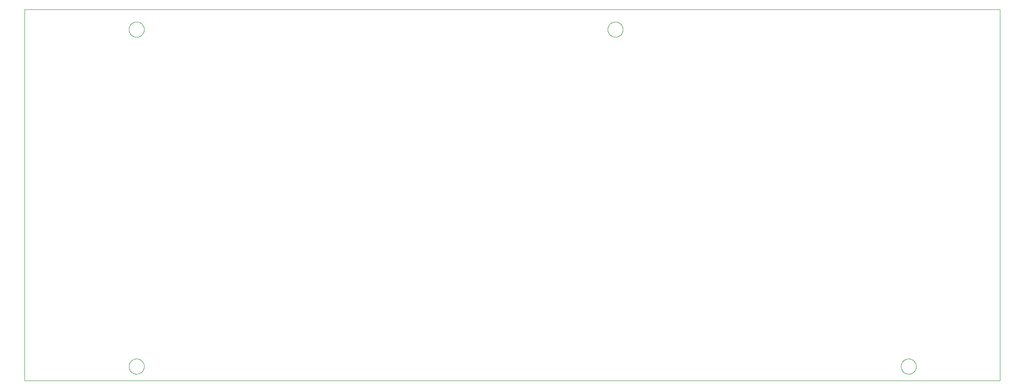
<source format=gko>
G75*
%MOIN*%
%OFA0B0*%
%FSLAX25Y25*%
%IPPOS*%
%LPD*%
%AMOC8*
5,1,8,0,0,1.08239X$1,22.5*
%
%ADD10C,0.00000*%
D10*
X0093595Y0036933D02*
X0093595Y0325433D01*
X0849595Y0325433D01*
X0849595Y0036933D01*
X0093595Y0036933D01*
X0174551Y0048079D02*
X0174553Y0048232D01*
X0174559Y0048386D01*
X0174569Y0048539D01*
X0174583Y0048691D01*
X0174601Y0048844D01*
X0174623Y0048995D01*
X0174648Y0049146D01*
X0174678Y0049297D01*
X0174712Y0049447D01*
X0174749Y0049595D01*
X0174790Y0049743D01*
X0174835Y0049889D01*
X0174884Y0050035D01*
X0174937Y0050179D01*
X0174993Y0050321D01*
X0175053Y0050462D01*
X0175117Y0050602D01*
X0175184Y0050740D01*
X0175255Y0050876D01*
X0175330Y0051010D01*
X0175407Y0051142D01*
X0175489Y0051272D01*
X0175573Y0051400D01*
X0175661Y0051526D01*
X0175752Y0051649D01*
X0175846Y0051770D01*
X0175944Y0051888D01*
X0176044Y0052004D01*
X0176148Y0052117D01*
X0176254Y0052228D01*
X0176363Y0052336D01*
X0176475Y0052441D01*
X0176589Y0052542D01*
X0176707Y0052641D01*
X0176826Y0052737D01*
X0176948Y0052830D01*
X0177073Y0052919D01*
X0177200Y0053006D01*
X0177329Y0053088D01*
X0177460Y0053168D01*
X0177593Y0053244D01*
X0177728Y0053317D01*
X0177865Y0053386D01*
X0178004Y0053451D01*
X0178144Y0053513D01*
X0178286Y0053571D01*
X0178429Y0053626D01*
X0178574Y0053677D01*
X0178720Y0053724D01*
X0178867Y0053767D01*
X0179015Y0053806D01*
X0179164Y0053842D01*
X0179314Y0053873D01*
X0179465Y0053901D01*
X0179616Y0053925D01*
X0179769Y0053945D01*
X0179921Y0053961D01*
X0180074Y0053973D01*
X0180227Y0053981D01*
X0180380Y0053985D01*
X0180534Y0053985D01*
X0180687Y0053981D01*
X0180840Y0053973D01*
X0180993Y0053961D01*
X0181145Y0053945D01*
X0181298Y0053925D01*
X0181449Y0053901D01*
X0181600Y0053873D01*
X0181750Y0053842D01*
X0181899Y0053806D01*
X0182047Y0053767D01*
X0182194Y0053724D01*
X0182340Y0053677D01*
X0182485Y0053626D01*
X0182628Y0053571D01*
X0182770Y0053513D01*
X0182910Y0053451D01*
X0183049Y0053386D01*
X0183186Y0053317D01*
X0183321Y0053244D01*
X0183454Y0053168D01*
X0183585Y0053088D01*
X0183714Y0053006D01*
X0183841Y0052919D01*
X0183966Y0052830D01*
X0184088Y0052737D01*
X0184207Y0052641D01*
X0184325Y0052542D01*
X0184439Y0052441D01*
X0184551Y0052336D01*
X0184660Y0052228D01*
X0184766Y0052117D01*
X0184870Y0052004D01*
X0184970Y0051888D01*
X0185068Y0051770D01*
X0185162Y0051649D01*
X0185253Y0051526D01*
X0185341Y0051400D01*
X0185425Y0051272D01*
X0185507Y0051142D01*
X0185584Y0051010D01*
X0185659Y0050876D01*
X0185730Y0050740D01*
X0185797Y0050602D01*
X0185861Y0050462D01*
X0185921Y0050321D01*
X0185977Y0050179D01*
X0186030Y0050035D01*
X0186079Y0049889D01*
X0186124Y0049743D01*
X0186165Y0049595D01*
X0186202Y0049447D01*
X0186236Y0049297D01*
X0186266Y0049146D01*
X0186291Y0048995D01*
X0186313Y0048844D01*
X0186331Y0048691D01*
X0186345Y0048539D01*
X0186355Y0048386D01*
X0186361Y0048232D01*
X0186363Y0048079D01*
X0186361Y0047926D01*
X0186355Y0047772D01*
X0186345Y0047619D01*
X0186331Y0047467D01*
X0186313Y0047314D01*
X0186291Y0047163D01*
X0186266Y0047012D01*
X0186236Y0046861D01*
X0186202Y0046711D01*
X0186165Y0046563D01*
X0186124Y0046415D01*
X0186079Y0046269D01*
X0186030Y0046123D01*
X0185977Y0045979D01*
X0185921Y0045837D01*
X0185861Y0045696D01*
X0185797Y0045556D01*
X0185730Y0045418D01*
X0185659Y0045282D01*
X0185584Y0045148D01*
X0185507Y0045016D01*
X0185425Y0044886D01*
X0185341Y0044758D01*
X0185253Y0044632D01*
X0185162Y0044509D01*
X0185068Y0044388D01*
X0184970Y0044270D01*
X0184870Y0044154D01*
X0184766Y0044041D01*
X0184660Y0043930D01*
X0184551Y0043822D01*
X0184439Y0043717D01*
X0184325Y0043616D01*
X0184207Y0043517D01*
X0184088Y0043421D01*
X0183966Y0043328D01*
X0183841Y0043239D01*
X0183714Y0043152D01*
X0183585Y0043070D01*
X0183454Y0042990D01*
X0183321Y0042914D01*
X0183186Y0042841D01*
X0183049Y0042772D01*
X0182910Y0042707D01*
X0182770Y0042645D01*
X0182628Y0042587D01*
X0182485Y0042532D01*
X0182340Y0042481D01*
X0182194Y0042434D01*
X0182047Y0042391D01*
X0181899Y0042352D01*
X0181750Y0042316D01*
X0181600Y0042285D01*
X0181449Y0042257D01*
X0181298Y0042233D01*
X0181145Y0042213D01*
X0180993Y0042197D01*
X0180840Y0042185D01*
X0180687Y0042177D01*
X0180534Y0042173D01*
X0180380Y0042173D01*
X0180227Y0042177D01*
X0180074Y0042185D01*
X0179921Y0042197D01*
X0179769Y0042213D01*
X0179616Y0042233D01*
X0179465Y0042257D01*
X0179314Y0042285D01*
X0179164Y0042316D01*
X0179015Y0042352D01*
X0178867Y0042391D01*
X0178720Y0042434D01*
X0178574Y0042481D01*
X0178429Y0042532D01*
X0178286Y0042587D01*
X0178144Y0042645D01*
X0178004Y0042707D01*
X0177865Y0042772D01*
X0177728Y0042841D01*
X0177593Y0042914D01*
X0177460Y0042990D01*
X0177329Y0043070D01*
X0177200Y0043152D01*
X0177073Y0043239D01*
X0176948Y0043328D01*
X0176826Y0043421D01*
X0176707Y0043517D01*
X0176589Y0043616D01*
X0176475Y0043717D01*
X0176363Y0043822D01*
X0176254Y0043930D01*
X0176148Y0044041D01*
X0176044Y0044154D01*
X0175944Y0044270D01*
X0175846Y0044388D01*
X0175752Y0044509D01*
X0175661Y0044632D01*
X0175573Y0044758D01*
X0175489Y0044886D01*
X0175407Y0045016D01*
X0175330Y0045148D01*
X0175255Y0045282D01*
X0175184Y0045418D01*
X0175117Y0045556D01*
X0175053Y0045696D01*
X0174993Y0045837D01*
X0174937Y0045979D01*
X0174884Y0046123D01*
X0174835Y0046269D01*
X0174790Y0046415D01*
X0174749Y0046563D01*
X0174712Y0046711D01*
X0174678Y0046861D01*
X0174648Y0047012D01*
X0174623Y0047163D01*
X0174601Y0047314D01*
X0174583Y0047467D01*
X0174569Y0047619D01*
X0174559Y0047772D01*
X0174553Y0047926D01*
X0174551Y0048079D01*
X0772977Y0048079D02*
X0772979Y0048232D01*
X0772985Y0048386D01*
X0772995Y0048539D01*
X0773009Y0048691D01*
X0773027Y0048844D01*
X0773049Y0048995D01*
X0773074Y0049146D01*
X0773104Y0049297D01*
X0773138Y0049447D01*
X0773175Y0049595D01*
X0773216Y0049743D01*
X0773261Y0049889D01*
X0773310Y0050035D01*
X0773363Y0050179D01*
X0773419Y0050321D01*
X0773479Y0050462D01*
X0773543Y0050602D01*
X0773610Y0050740D01*
X0773681Y0050876D01*
X0773756Y0051010D01*
X0773833Y0051142D01*
X0773915Y0051272D01*
X0773999Y0051400D01*
X0774087Y0051526D01*
X0774178Y0051649D01*
X0774272Y0051770D01*
X0774370Y0051888D01*
X0774470Y0052004D01*
X0774574Y0052117D01*
X0774680Y0052228D01*
X0774789Y0052336D01*
X0774901Y0052441D01*
X0775015Y0052542D01*
X0775133Y0052641D01*
X0775252Y0052737D01*
X0775374Y0052830D01*
X0775499Y0052919D01*
X0775626Y0053006D01*
X0775755Y0053088D01*
X0775886Y0053168D01*
X0776019Y0053244D01*
X0776154Y0053317D01*
X0776291Y0053386D01*
X0776430Y0053451D01*
X0776570Y0053513D01*
X0776712Y0053571D01*
X0776855Y0053626D01*
X0777000Y0053677D01*
X0777146Y0053724D01*
X0777293Y0053767D01*
X0777441Y0053806D01*
X0777590Y0053842D01*
X0777740Y0053873D01*
X0777891Y0053901D01*
X0778042Y0053925D01*
X0778195Y0053945D01*
X0778347Y0053961D01*
X0778500Y0053973D01*
X0778653Y0053981D01*
X0778806Y0053985D01*
X0778960Y0053985D01*
X0779113Y0053981D01*
X0779266Y0053973D01*
X0779419Y0053961D01*
X0779571Y0053945D01*
X0779724Y0053925D01*
X0779875Y0053901D01*
X0780026Y0053873D01*
X0780176Y0053842D01*
X0780325Y0053806D01*
X0780473Y0053767D01*
X0780620Y0053724D01*
X0780766Y0053677D01*
X0780911Y0053626D01*
X0781054Y0053571D01*
X0781196Y0053513D01*
X0781336Y0053451D01*
X0781475Y0053386D01*
X0781612Y0053317D01*
X0781747Y0053244D01*
X0781880Y0053168D01*
X0782011Y0053088D01*
X0782140Y0053006D01*
X0782267Y0052919D01*
X0782392Y0052830D01*
X0782514Y0052737D01*
X0782633Y0052641D01*
X0782751Y0052542D01*
X0782865Y0052441D01*
X0782977Y0052336D01*
X0783086Y0052228D01*
X0783192Y0052117D01*
X0783296Y0052004D01*
X0783396Y0051888D01*
X0783494Y0051770D01*
X0783588Y0051649D01*
X0783679Y0051526D01*
X0783767Y0051400D01*
X0783851Y0051272D01*
X0783933Y0051142D01*
X0784010Y0051010D01*
X0784085Y0050876D01*
X0784156Y0050740D01*
X0784223Y0050602D01*
X0784287Y0050462D01*
X0784347Y0050321D01*
X0784403Y0050179D01*
X0784456Y0050035D01*
X0784505Y0049889D01*
X0784550Y0049743D01*
X0784591Y0049595D01*
X0784628Y0049447D01*
X0784662Y0049297D01*
X0784692Y0049146D01*
X0784717Y0048995D01*
X0784739Y0048844D01*
X0784757Y0048691D01*
X0784771Y0048539D01*
X0784781Y0048386D01*
X0784787Y0048232D01*
X0784789Y0048079D01*
X0784787Y0047926D01*
X0784781Y0047772D01*
X0784771Y0047619D01*
X0784757Y0047467D01*
X0784739Y0047314D01*
X0784717Y0047163D01*
X0784692Y0047012D01*
X0784662Y0046861D01*
X0784628Y0046711D01*
X0784591Y0046563D01*
X0784550Y0046415D01*
X0784505Y0046269D01*
X0784456Y0046123D01*
X0784403Y0045979D01*
X0784347Y0045837D01*
X0784287Y0045696D01*
X0784223Y0045556D01*
X0784156Y0045418D01*
X0784085Y0045282D01*
X0784010Y0045148D01*
X0783933Y0045016D01*
X0783851Y0044886D01*
X0783767Y0044758D01*
X0783679Y0044632D01*
X0783588Y0044509D01*
X0783494Y0044388D01*
X0783396Y0044270D01*
X0783296Y0044154D01*
X0783192Y0044041D01*
X0783086Y0043930D01*
X0782977Y0043822D01*
X0782865Y0043717D01*
X0782751Y0043616D01*
X0782633Y0043517D01*
X0782514Y0043421D01*
X0782392Y0043328D01*
X0782267Y0043239D01*
X0782140Y0043152D01*
X0782011Y0043070D01*
X0781880Y0042990D01*
X0781747Y0042914D01*
X0781612Y0042841D01*
X0781475Y0042772D01*
X0781336Y0042707D01*
X0781196Y0042645D01*
X0781054Y0042587D01*
X0780911Y0042532D01*
X0780766Y0042481D01*
X0780620Y0042434D01*
X0780473Y0042391D01*
X0780325Y0042352D01*
X0780176Y0042316D01*
X0780026Y0042285D01*
X0779875Y0042257D01*
X0779724Y0042233D01*
X0779571Y0042213D01*
X0779419Y0042197D01*
X0779266Y0042185D01*
X0779113Y0042177D01*
X0778960Y0042173D01*
X0778806Y0042173D01*
X0778653Y0042177D01*
X0778500Y0042185D01*
X0778347Y0042197D01*
X0778195Y0042213D01*
X0778042Y0042233D01*
X0777891Y0042257D01*
X0777740Y0042285D01*
X0777590Y0042316D01*
X0777441Y0042352D01*
X0777293Y0042391D01*
X0777146Y0042434D01*
X0777000Y0042481D01*
X0776855Y0042532D01*
X0776712Y0042587D01*
X0776570Y0042645D01*
X0776430Y0042707D01*
X0776291Y0042772D01*
X0776154Y0042841D01*
X0776019Y0042914D01*
X0775886Y0042990D01*
X0775755Y0043070D01*
X0775626Y0043152D01*
X0775499Y0043239D01*
X0775374Y0043328D01*
X0775252Y0043421D01*
X0775133Y0043517D01*
X0775015Y0043616D01*
X0774901Y0043717D01*
X0774789Y0043822D01*
X0774680Y0043930D01*
X0774574Y0044041D01*
X0774470Y0044154D01*
X0774370Y0044270D01*
X0774272Y0044388D01*
X0774178Y0044509D01*
X0774087Y0044632D01*
X0773999Y0044758D01*
X0773915Y0044886D01*
X0773833Y0045016D01*
X0773756Y0045148D01*
X0773681Y0045282D01*
X0773610Y0045418D01*
X0773543Y0045556D01*
X0773479Y0045696D01*
X0773419Y0045837D01*
X0773363Y0045979D01*
X0773310Y0046123D01*
X0773261Y0046269D01*
X0773216Y0046415D01*
X0773175Y0046563D01*
X0773138Y0046711D01*
X0773104Y0046861D01*
X0773074Y0047012D01*
X0773049Y0047163D01*
X0773027Y0047314D01*
X0773009Y0047467D01*
X0772995Y0047619D01*
X0772985Y0047772D01*
X0772979Y0047926D01*
X0772977Y0048079D01*
X0545689Y0309890D02*
X0545691Y0310043D01*
X0545697Y0310197D01*
X0545707Y0310350D01*
X0545721Y0310502D01*
X0545739Y0310655D01*
X0545761Y0310806D01*
X0545786Y0310957D01*
X0545816Y0311108D01*
X0545850Y0311258D01*
X0545887Y0311406D01*
X0545928Y0311554D01*
X0545973Y0311700D01*
X0546022Y0311846D01*
X0546075Y0311990D01*
X0546131Y0312132D01*
X0546191Y0312273D01*
X0546255Y0312413D01*
X0546322Y0312551D01*
X0546393Y0312687D01*
X0546468Y0312821D01*
X0546545Y0312953D01*
X0546627Y0313083D01*
X0546711Y0313211D01*
X0546799Y0313337D01*
X0546890Y0313460D01*
X0546984Y0313581D01*
X0547082Y0313699D01*
X0547182Y0313815D01*
X0547286Y0313928D01*
X0547392Y0314039D01*
X0547501Y0314147D01*
X0547613Y0314252D01*
X0547727Y0314353D01*
X0547845Y0314452D01*
X0547964Y0314548D01*
X0548086Y0314641D01*
X0548211Y0314730D01*
X0548338Y0314817D01*
X0548467Y0314899D01*
X0548598Y0314979D01*
X0548731Y0315055D01*
X0548866Y0315128D01*
X0549003Y0315197D01*
X0549142Y0315262D01*
X0549282Y0315324D01*
X0549424Y0315382D01*
X0549567Y0315437D01*
X0549712Y0315488D01*
X0549858Y0315535D01*
X0550005Y0315578D01*
X0550153Y0315617D01*
X0550302Y0315653D01*
X0550452Y0315684D01*
X0550603Y0315712D01*
X0550754Y0315736D01*
X0550907Y0315756D01*
X0551059Y0315772D01*
X0551212Y0315784D01*
X0551365Y0315792D01*
X0551518Y0315796D01*
X0551672Y0315796D01*
X0551825Y0315792D01*
X0551978Y0315784D01*
X0552131Y0315772D01*
X0552283Y0315756D01*
X0552436Y0315736D01*
X0552587Y0315712D01*
X0552738Y0315684D01*
X0552888Y0315653D01*
X0553037Y0315617D01*
X0553185Y0315578D01*
X0553332Y0315535D01*
X0553478Y0315488D01*
X0553623Y0315437D01*
X0553766Y0315382D01*
X0553908Y0315324D01*
X0554048Y0315262D01*
X0554187Y0315197D01*
X0554324Y0315128D01*
X0554459Y0315055D01*
X0554592Y0314979D01*
X0554723Y0314899D01*
X0554852Y0314817D01*
X0554979Y0314730D01*
X0555104Y0314641D01*
X0555226Y0314548D01*
X0555345Y0314452D01*
X0555463Y0314353D01*
X0555577Y0314252D01*
X0555689Y0314147D01*
X0555798Y0314039D01*
X0555904Y0313928D01*
X0556008Y0313815D01*
X0556108Y0313699D01*
X0556206Y0313581D01*
X0556300Y0313460D01*
X0556391Y0313337D01*
X0556479Y0313211D01*
X0556563Y0313083D01*
X0556645Y0312953D01*
X0556722Y0312821D01*
X0556797Y0312687D01*
X0556868Y0312551D01*
X0556935Y0312413D01*
X0556999Y0312273D01*
X0557059Y0312132D01*
X0557115Y0311990D01*
X0557168Y0311846D01*
X0557217Y0311700D01*
X0557262Y0311554D01*
X0557303Y0311406D01*
X0557340Y0311258D01*
X0557374Y0311108D01*
X0557404Y0310957D01*
X0557429Y0310806D01*
X0557451Y0310655D01*
X0557469Y0310502D01*
X0557483Y0310350D01*
X0557493Y0310197D01*
X0557499Y0310043D01*
X0557501Y0309890D01*
X0557499Y0309737D01*
X0557493Y0309583D01*
X0557483Y0309430D01*
X0557469Y0309278D01*
X0557451Y0309125D01*
X0557429Y0308974D01*
X0557404Y0308823D01*
X0557374Y0308672D01*
X0557340Y0308522D01*
X0557303Y0308374D01*
X0557262Y0308226D01*
X0557217Y0308080D01*
X0557168Y0307934D01*
X0557115Y0307790D01*
X0557059Y0307648D01*
X0556999Y0307507D01*
X0556935Y0307367D01*
X0556868Y0307229D01*
X0556797Y0307093D01*
X0556722Y0306959D01*
X0556645Y0306827D01*
X0556563Y0306697D01*
X0556479Y0306569D01*
X0556391Y0306443D01*
X0556300Y0306320D01*
X0556206Y0306199D01*
X0556108Y0306081D01*
X0556008Y0305965D01*
X0555904Y0305852D01*
X0555798Y0305741D01*
X0555689Y0305633D01*
X0555577Y0305528D01*
X0555463Y0305427D01*
X0555345Y0305328D01*
X0555226Y0305232D01*
X0555104Y0305139D01*
X0554979Y0305050D01*
X0554852Y0304963D01*
X0554723Y0304881D01*
X0554592Y0304801D01*
X0554459Y0304725D01*
X0554324Y0304652D01*
X0554187Y0304583D01*
X0554048Y0304518D01*
X0553908Y0304456D01*
X0553766Y0304398D01*
X0553623Y0304343D01*
X0553478Y0304292D01*
X0553332Y0304245D01*
X0553185Y0304202D01*
X0553037Y0304163D01*
X0552888Y0304127D01*
X0552738Y0304096D01*
X0552587Y0304068D01*
X0552436Y0304044D01*
X0552283Y0304024D01*
X0552131Y0304008D01*
X0551978Y0303996D01*
X0551825Y0303988D01*
X0551672Y0303984D01*
X0551518Y0303984D01*
X0551365Y0303988D01*
X0551212Y0303996D01*
X0551059Y0304008D01*
X0550907Y0304024D01*
X0550754Y0304044D01*
X0550603Y0304068D01*
X0550452Y0304096D01*
X0550302Y0304127D01*
X0550153Y0304163D01*
X0550005Y0304202D01*
X0549858Y0304245D01*
X0549712Y0304292D01*
X0549567Y0304343D01*
X0549424Y0304398D01*
X0549282Y0304456D01*
X0549142Y0304518D01*
X0549003Y0304583D01*
X0548866Y0304652D01*
X0548731Y0304725D01*
X0548598Y0304801D01*
X0548467Y0304881D01*
X0548338Y0304963D01*
X0548211Y0305050D01*
X0548086Y0305139D01*
X0547964Y0305232D01*
X0547845Y0305328D01*
X0547727Y0305427D01*
X0547613Y0305528D01*
X0547501Y0305633D01*
X0547392Y0305741D01*
X0547286Y0305852D01*
X0547182Y0305965D01*
X0547082Y0306081D01*
X0546984Y0306199D01*
X0546890Y0306320D01*
X0546799Y0306443D01*
X0546711Y0306569D01*
X0546627Y0306697D01*
X0546545Y0306827D01*
X0546468Y0306959D01*
X0546393Y0307093D01*
X0546322Y0307229D01*
X0546255Y0307367D01*
X0546191Y0307507D01*
X0546131Y0307648D01*
X0546075Y0307790D01*
X0546022Y0307934D01*
X0545973Y0308080D01*
X0545928Y0308226D01*
X0545887Y0308374D01*
X0545850Y0308522D01*
X0545816Y0308672D01*
X0545786Y0308823D01*
X0545761Y0308974D01*
X0545739Y0309125D01*
X0545721Y0309278D01*
X0545707Y0309430D01*
X0545697Y0309583D01*
X0545691Y0309737D01*
X0545689Y0309890D01*
X0174551Y0309890D02*
X0174553Y0310043D01*
X0174559Y0310197D01*
X0174569Y0310350D01*
X0174583Y0310502D01*
X0174601Y0310655D01*
X0174623Y0310806D01*
X0174648Y0310957D01*
X0174678Y0311108D01*
X0174712Y0311258D01*
X0174749Y0311406D01*
X0174790Y0311554D01*
X0174835Y0311700D01*
X0174884Y0311846D01*
X0174937Y0311990D01*
X0174993Y0312132D01*
X0175053Y0312273D01*
X0175117Y0312413D01*
X0175184Y0312551D01*
X0175255Y0312687D01*
X0175330Y0312821D01*
X0175407Y0312953D01*
X0175489Y0313083D01*
X0175573Y0313211D01*
X0175661Y0313337D01*
X0175752Y0313460D01*
X0175846Y0313581D01*
X0175944Y0313699D01*
X0176044Y0313815D01*
X0176148Y0313928D01*
X0176254Y0314039D01*
X0176363Y0314147D01*
X0176475Y0314252D01*
X0176589Y0314353D01*
X0176707Y0314452D01*
X0176826Y0314548D01*
X0176948Y0314641D01*
X0177073Y0314730D01*
X0177200Y0314817D01*
X0177329Y0314899D01*
X0177460Y0314979D01*
X0177593Y0315055D01*
X0177728Y0315128D01*
X0177865Y0315197D01*
X0178004Y0315262D01*
X0178144Y0315324D01*
X0178286Y0315382D01*
X0178429Y0315437D01*
X0178574Y0315488D01*
X0178720Y0315535D01*
X0178867Y0315578D01*
X0179015Y0315617D01*
X0179164Y0315653D01*
X0179314Y0315684D01*
X0179465Y0315712D01*
X0179616Y0315736D01*
X0179769Y0315756D01*
X0179921Y0315772D01*
X0180074Y0315784D01*
X0180227Y0315792D01*
X0180380Y0315796D01*
X0180534Y0315796D01*
X0180687Y0315792D01*
X0180840Y0315784D01*
X0180993Y0315772D01*
X0181145Y0315756D01*
X0181298Y0315736D01*
X0181449Y0315712D01*
X0181600Y0315684D01*
X0181750Y0315653D01*
X0181899Y0315617D01*
X0182047Y0315578D01*
X0182194Y0315535D01*
X0182340Y0315488D01*
X0182485Y0315437D01*
X0182628Y0315382D01*
X0182770Y0315324D01*
X0182910Y0315262D01*
X0183049Y0315197D01*
X0183186Y0315128D01*
X0183321Y0315055D01*
X0183454Y0314979D01*
X0183585Y0314899D01*
X0183714Y0314817D01*
X0183841Y0314730D01*
X0183966Y0314641D01*
X0184088Y0314548D01*
X0184207Y0314452D01*
X0184325Y0314353D01*
X0184439Y0314252D01*
X0184551Y0314147D01*
X0184660Y0314039D01*
X0184766Y0313928D01*
X0184870Y0313815D01*
X0184970Y0313699D01*
X0185068Y0313581D01*
X0185162Y0313460D01*
X0185253Y0313337D01*
X0185341Y0313211D01*
X0185425Y0313083D01*
X0185507Y0312953D01*
X0185584Y0312821D01*
X0185659Y0312687D01*
X0185730Y0312551D01*
X0185797Y0312413D01*
X0185861Y0312273D01*
X0185921Y0312132D01*
X0185977Y0311990D01*
X0186030Y0311846D01*
X0186079Y0311700D01*
X0186124Y0311554D01*
X0186165Y0311406D01*
X0186202Y0311258D01*
X0186236Y0311108D01*
X0186266Y0310957D01*
X0186291Y0310806D01*
X0186313Y0310655D01*
X0186331Y0310502D01*
X0186345Y0310350D01*
X0186355Y0310197D01*
X0186361Y0310043D01*
X0186363Y0309890D01*
X0186361Y0309737D01*
X0186355Y0309583D01*
X0186345Y0309430D01*
X0186331Y0309278D01*
X0186313Y0309125D01*
X0186291Y0308974D01*
X0186266Y0308823D01*
X0186236Y0308672D01*
X0186202Y0308522D01*
X0186165Y0308374D01*
X0186124Y0308226D01*
X0186079Y0308080D01*
X0186030Y0307934D01*
X0185977Y0307790D01*
X0185921Y0307648D01*
X0185861Y0307507D01*
X0185797Y0307367D01*
X0185730Y0307229D01*
X0185659Y0307093D01*
X0185584Y0306959D01*
X0185507Y0306827D01*
X0185425Y0306697D01*
X0185341Y0306569D01*
X0185253Y0306443D01*
X0185162Y0306320D01*
X0185068Y0306199D01*
X0184970Y0306081D01*
X0184870Y0305965D01*
X0184766Y0305852D01*
X0184660Y0305741D01*
X0184551Y0305633D01*
X0184439Y0305528D01*
X0184325Y0305427D01*
X0184207Y0305328D01*
X0184088Y0305232D01*
X0183966Y0305139D01*
X0183841Y0305050D01*
X0183714Y0304963D01*
X0183585Y0304881D01*
X0183454Y0304801D01*
X0183321Y0304725D01*
X0183186Y0304652D01*
X0183049Y0304583D01*
X0182910Y0304518D01*
X0182770Y0304456D01*
X0182628Y0304398D01*
X0182485Y0304343D01*
X0182340Y0304292D01*
X0182194Y0304245D01*
X0182047Y0304202D01*
X0181899Y0304163D01*
X0181750Y0304127D01*
X0181600Y0304096D01*
X0181449Y0304068D01*
X0181298Y0304044D01*
X0181145Y0304024D01*
X0180993Y0304008D01*
X0180840Y0303996D01*
X0180687Y0303988D01*
X0180534Y0303984D01*
X0180380Y0303984D01*
X0180227Y0303988D01*
X0180074Y0303996D01*
X0179921Y0304008D01*
X0179769Y0304024D01*
X0179616Y0304044D01*
X0179465Y0304068D01*
X0179314Y0304096D01*
X0179164Y0304127D01*
X0179015Y0304163D01*
X0178867Y0304202D01*
X0178720Y0304245D01*
X0178574Y0304292D01*
X0178429Y0304343D01*
X0178286Y0304398D01*
X0178144Y0304456D01*
X0178004Y0304518D01*
X0177865Y0304583D01*
X0177728Y0304652D01*
X0177593Y0304725D01*
X0177460Y0304801D01*
X0177329Y0304881D01*
X0177200Y0304963D01*
X0177073Y0305050D01*
X0176948Y0305139D01*
X0176826Y0305232D01*
X0176707Y0305328D01*
X0176589Y0305427D01*
X0176475Y0305528D01*
X0176363Y0305633D01*
X0176254Y0305741D01*
X0176148Y0305852D01*
X0176044Y0305965D01*
X0175944Y0306081D01*
X0175846Y0306199D01*
X0175752Y0306320D01*
X0175661Y0306443D01*
X0175573Y0306569D01*
X0175489Y0306697D01*
X0175407Y0306827D01*
X0175330Y0306959D01*
X0175255Y0307093D01*
X0175184Y0307229D01*
X0175117Y0307367D01*
X0175053Y0307507D01*
X0174993Y0307648D01*
X0174937Y0307790D01*
X0174884Y0307934D01*
X0174835Y0308080D01*
X0174790Y0308226D01*
X0174749Y0308374D01*
X0174712Y0308522D01*
X0174678Y0308672D01*
X0174648Y0308823D01*
X0174623Y0308974D01*
X0174601Y0309125D01*
X0174583Y0309278D01*
X0174569Y0309430D01*
X0174559Y0309583D01*
X0174553Y0309737D01*
X0174551Y0309890D01*
M02*

</source>
